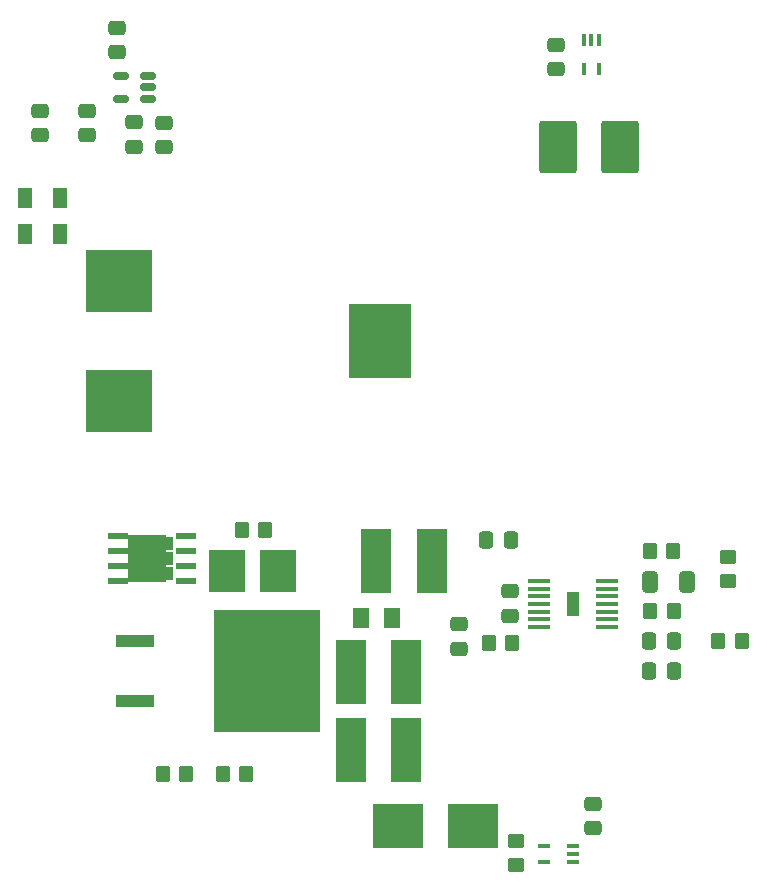
<source format=gbr>
%TF.GenerationSoftware,KiCad,Pcbnew,8.0.4*%
%TF.CreationDate,2025-06-08T20:42:27-04:00*%
%TF.ProjectId,12V-48V_Boost_Board,3132562d-3438-4565-9f42-6f6f73745f42,rev?*%
%TF.SameCoordinates,Original*%
%TF.FileFunction,Paste,Top*%
%TF.FilePolarity,Positive*%
%FSLAX46Y46*%
G04 Gerber Fmt 4.6, Leading zero omitted, Abs format (unit mm)*
G04 Created by KiCad (PCBNEW 8.0.4) date 2025-06-08 20:42:27*
%MOMM*%
%LPD*%
G01*
G04 APERTURE LIST*
G04 Aperture macros list*
%AMRoundRect*
0 Rectangle with rounded corners*
0 $1 Rounding radius*
0 $2 $3 $4 $5 $6 $7 $8 $9 X,Y pos of 4 corners*
0 Add a 4 corners polygon primitive as box body*
4,1,4,$2,$3,$4,$5,$6,$7,$8,$9,$2,$3,0*
0 Add four circle primitives for the rounded corners*
1,1,$1+$1,$2,$3*
1,1,$1+$1,$4,$5*
1,1,$1+$1,$6,$7*
1,1,$1+$1,$8,$9*
0 Add four rect primitives between the rounded corners*
20,1,$1+$1,$2,$3,$4,$5,0*
20,1,$1+$1,$4,$5,$6,$7,0*
20,1,$1+$1,$6,$7,$8,$9,0*
20,1,$1+$1,$8,$9,$2,$3,0*%
G04 Aperture macros list end*
%ADD10C,0.000000*%
%ADD11R,3.302000X0.990600*%
%ADD12R,9.017000X10.388600*%
%ADD13R,3.243586X3.911596*%
%ADD14R,1.727200X0.508000*%
%ADD15RoundRect,0.250000X0.475000X-0.337500X0.475000X0.337500X-0.475000X0.337500X-0.475000X-0.337500X0*%
%ADD16RoundRect,0.250000X-0.475000X0.337500X-0.475000X-0.337500X0.475000X-0.337500X0.475000X0.337500X0*%
%ADD17RoundRect,0.250000X0.350000X0.450000X-0.350000X0.450000X-0.350000X-0.450000X0.350000X-0.450000X0*%
%ADD18R,3.050000X3.680000*%
%ADD19RoundRect,0.250000X-1.350000X-1.975000X1.350000X-1.975000X1.350000X1.975000X-1.350000X1.975000X0*%
%ADD20R,5.590000X5.330000*%
%ADD21R,5.280000X6.350000*%
%ADD22RoundRect,0.250000X-0.350000X-0.450000X0.350000X-0.450000X0.350000X0.450000X-0.350000X0.450000X0*%
%ADD23R,1.210000X1.820000*%
%ADD24R,2.530000X5.510000*%
%ADD25RoundRect,0.250000X-0.337500X-0.475000X0.337500X-0.475000X0.337500X0.475000X-0.337500X0.475000X0*%
%ADD26R,1.955432X0.420766*%
%ADD27R,1.440000X1.820000*%
%ADD28RoundRect,0.250000X0.337500X0.475000X-0.337500X0.475000X-0.337500X-0.475000X0.337500X-0.475000X0*%
%ADD29RoundRect,0.250000X-0.412500X-0.650000X0.412500X-0.650000X0.412500X0.650000X-0.412500X0.650000X0*%
%ADD30RoundRect,0.250000X-0.450000X0.350000X-0.450000X-0.350000X0.450000X-0.350000X0.450000X0.350000X0*%
%ADD31R,0.304800X1.054100*%
%ADD32R,4.241800X3.810000*%
%ADD33RoundRect,0.150000X0.512500X0.150000X-0.512500X0.150000X-0.512500X-0.150000X0.512500X-0.150000X0*%
%ADD34R,1.054100X0.304800*%
G04 APERTURE END LIST*
D10*
%TO.C,Q1*%
G36*
X117477415Y-112923400D02*
G01*
X120721002Y-112923400D01*
X120721002Y-116835000D01*
X117477415Y-116835000D01*
X117477402Y-117038200D01*
X115750202Y-117038200D01*
X115750202Y-116530200D01*
X117477402Y-116530200D01*
X117477402Y-115768200D01*
X115750202Y-115768200D01*
X115750202Y-115260200D01*
X117477402Y-115260200D01*
X117477402Y-114498200D01*
X115750202Y-114498200D01*
X115750202Y-113990200D01*
X117477402Y-113990200D01*
X117477402Y-113228200D01*
X115750202Y-113228200D01*
X115750202Y-112720200D01*
X117477402Y-112720200D01*
X117477415Y-112923400D01*
G37*
G36*
X121289002Y-116735000D02*
G01*
X119609402Y-116735000D01*
X119609402Y-115631133D01*
X121289002Y-115631133D01*
X121289002Y-116735000D01*
G37*
G36*
X121289002Y-115431134D02*
G01*
X119609402Y-115431134D01*
X119609402Y-114327266D01*
X121289002Y-114327266D01*
X121289002Y-115431134D01*
G37*
G36*
X121289002Y-114127267D02*
G01*
X119609402Y-114127267D01*
X119609402Y-113023400D01*
X121289002Y-113023400D01*
X121289002Y-114127267D01*
G37*
G36*
X119409402Y-116735000D02*
G01*
X117729802Y-116735000D01*
X117729802Y-115631133D01*
X119409402Y-115631133D01*
X119409402Y-116735000D01*
G37*
G36*
X119409402Y-115431134D02*
G01*
X117729802Y-115431134D01*
X117729802Y-114327266D01*
X119409402Y-114327266D01*
X119409402Y-115431134D01*
G37*
G36*
X119409402Y-114127267D02*
G01*
X117729802Y-114127267D01*
X117729802Y-113023400D01*
X119409402Y-113023400D01*
X119409402Y-114127267D01*
G37*
%TO.C,U1*%
G36*
X155632276Y-119761090D02*
G01*
X154618496Y-119761090D01*
X154618496Y-117707312D01*
X155632276Y-117707312D01*
X155632276Y-119761090D01*
G37*
%TD*%
D11*
%TO.C,D1*%
X118036202Y-121864200D03*
X118036202Y-126944200D03*
D12*
X129199502Y-124404200D03*
%TD*%
D13*
%TO.C,Q1*%
X119099209Y-114879198D03*
D14*
X116613802Y-112974200D03*
X116613802Y-114244200D03*
X116613802Y-115514200D03*
X116613802Y-116784200D03*
X122405002Y-112974200D03*
X122405002Y-114244200D03*
X122405002Y-115514200D03*
X122405002Y-116784200D03*
%TD*%
D15*
%TO.C,C21*%
X116500000Y-72037500D03*
X116500000Y-69962500D03*
%TD*%
D16*
%TO.C,C20*%
X110000000Y-76962500D03*
X110000000Y-79037500D03*
%TD*%
%TO.C,C17*%
X114000000Y-76962500D03*
X114000000Y-79037500D03*
%TD*%
%TO.C,C16*%
X118000000Y-80037500D03*
X118000000Y-77962500D03*
%TD*%
D17*
%TO.C,R6*%
X150000000Y-122000000D03*
X148000000Y-122000000D03*
%TD*%
D18*
%TO.C,R9*%
X130176000Y-115900000D03*
X125856000Y-115900000D03*
%TD*%
D16*
%TO.C,C8*%
X145500000Y-120462500D03*
X145500000Y-122537500D03*
%TD*%
D19*
%TO.C,R1*%
X153900000Y-80000000D03*
X159100000Y-80000000D03*
%TD*%
D20*
%TO.C,L1*%
X116690002Y-91394200D03*
X116690002Y-101544200D03*
D21*
X138765002Y-96469200D03*
%TD*%
D22*
%TO.C,R7*%
X167452502Y-121864200D03*
X169452502Y-121864200D03*
%TD*%
D23*
%TO.C,C1*%
X111686000Y-84328000D03*
X108786000Y-84328000D03*
%TD*%
D22*
%TO.C,R4*%
X120396000Y-133096000D03*
X122396000Y-133096000D03*
%TD*%
%TO.C,R3*%
X125476000Y-133096000D03*
X127476000Y-133096000D03*
%TD*%
D24*
%TO.C,C9*%
X136348000Y-131064000D03*
X141020000Y-131064000D03*
%TD*%
%TO.C,C11*%
X138507000Y-115062000D03*
X143179000Y-115062000D03*
%TD*%
%TO.C,C10*%
X136348000Y-124460000D03*
X141020000Y-124460000D03*
%TD*%
D16*
%TO.C,C5*%
X149821970Y-117673200D03*
X149821970Y-119748200D03*
%TD*%
D22*
%TO.C,R11*%
X161680002Y-119324200D03*
X163680002Y-119324200D03*
%TD*%
D25*
%TO.C,C6*%
X161605002Y-124404200D03*
X163680002Y-124404200D03*
%TD*%
D26*
%TO.C,U1*%
X158000770Y-116784200D03*
X158000770Y-117434201D03*
X158000770Y-118084200D03*
X158000770Y-118734201D03*
X158000770Y-119384202D03*
X158000770Y-120034201D03*
X158000770Y-120684202D03*
X152250002Y-120684202D03*
X152250002Y-120034201D03*
X152250002Y-119384202D03*
X152250002Y-118734201D03*
X152250002Y-118084200D03*
X152250002Y-117434201D03*
X152250002Y-116784200D03*
%TD*%
D23*
%TO.C,C2*%
X111686000Y-87376000D03*
X108786000Y-87376000D03*
%TD*%
D27*
%TO.C,C12*%
X137164000Y-119888000D03*
X139836000Y-119888000D03*
%TD*%
D25*
%TO.C,C7*%
X161605002Y-121864200D03*
X163680002Y-121864200D03*
%TD*%
D28*
%TO.C,C3*%
X149881500Y-113284000D03*
X147806500Y-113284000D03*
%TD*%
D29*
%TO.C,C4*%
X161632500Y-116840000D03*
X164757500Y-116840000D03*
%TD*%
D30*
%TO.C,R2*%
X150300000Y-140800000D03*
X150300000Y-138800000D03*
%TD*%
D22*
%TO.C,R5*%
X161642502Y-114244200D03*
X163642502Y-114244200D03*
%TD*%
D30*
%TO.C,R10*%
X168275000Y-114784200D03*
X168275000Y-116784200D03*
%TD*%
D17*
%TO.C,R8*%
X129100000Y-112500000D03*
X127100000Y-112500000D03*
%TD*%
D15*
%TO.C,C14*%
X153700000Y-73437500D03*
X153700000Y-71362500D03*
%TD*%
D31*
%TO.C,U3*%
X157349999Y-73425550D03*
X156050001Y-73425550D03*
X156050001Y-70974450D03*
X156700000Y-70974450D03*
X157349999Y-70974450D03*
%TD*%
D16*
%TO.C,C13*%
X156800000Y-135662500D03*
X156800000Y-137737500D03*
%TD*%
%TO.C,C15*%
X120500000Y-80075000D03*
X120500000Y-78000000D03*
%TD*%
D32*
%TO.C,F2*%
X140312300Y-137500000D03*
X146687700Y-137500000D03*
%TD*%
D33*
%TO.C,U4*%
X116862500Y-75950000D03*
X116862500Y-74050000D03*
X119137500Y-74050000D03*
X119137500Y-75000000D03*
X119137500Y-75950000D03*
%TD*%
D34*
%TO.C,U2*%
X155125550Y-140549999D03*
X155125550Y-139900000D03*
X155125550Y-139250001D03*
X152674450Y-139250001D03*
X152674450Y-140549999D03*
%TD*%
M02*

</source>
